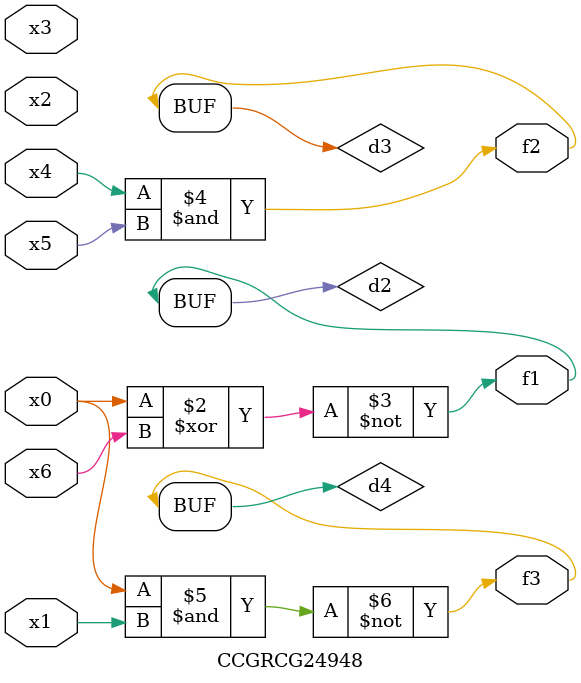
<source format=v>
module CCGRCG24948(
	input x0, x1, x2, x3, x4, x5, x6,
	output f1, f2, f3
);

	wire d1, d2, d3, d4;

	nor (d1, x0);
	xnor (d2, x0, x6);
	and (d3, x4, x5);
	nand (d4, x0, x1);
	assign f1 = d2;
	assign f2 = d3;
	assign f3 = d4;
endmodule

</source>
